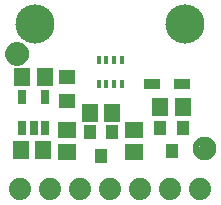
<source format=gbr>
G04 EAGLE Gerber RS-274X export*
G75*
%MOMM*%
%FSLAX34Y34*%
%LPD*%
%INSoldermask Top*%
%IPPOS*%
%AMOC8*
5,1,8,0,0,1.08239X$1,22.5*%
G01*
%ADD10C,3.317600*%
%ADD11R,0.651600X1.301600*%
%ADD12C,1.101600*%
%ADD13C,0.500000*%
%ADD14C,1.879600*%
%ADD15R,0.451600X0.801600*%
%ADD16R,1.401600X1.601600*%
%ADD17R,1.101600X1.301600*%
%ADD18R,1.401600X1.301600*%
%ADD19R,1.601600X1.401600*%
%ADD20R,1.451600X0.901600*%


D10*
X25400Y165100D03*
X152400Y165100D03*
D11*
X14630Y77169D03*
X24130Y77169D03*
X33630Y77169D03*
X33630Y103171D03*
X14630Y103171D03*
D12*
X168910Y59690D03*
D13*
X168910Y67190D02*
X168729Y67188D01*
X168548Y67181D01*
X168367Y67170D01*
X168186Y67155D01*
X168006Y67135D01*
X167826Y67111D01*
X167647Y67083D01*
X167469Y67050D01*
X167292Y67013D01*
X167115Y66972D01*
X166940Y66927D01*
X166765Y66877D01*
X166592Y66823D01*
X166421Y66765D01*
X166250Y66703D01*
X166082Y66636D01*
X165915Y66566D01*
X165749Y66492D01*
X165586Y66413D01*
X165425Y66331D01*
X165265Y66245D01*
X165108Y66155D01*
X164953Y66061D01*
X164800Y65964D01*
X164650Y65862D01*
X164502Y65758D01*
X164356Y65649D01*
X164214Y65538D01*
X164074Y65422D01*
X163937Y65304D01*
X163802Y65182D01*
X163671Y65057D01*
X163543Y64929D01*
X163418Y64798D01*
X163296Y64663D01*
X163178Y64526D01*
X163062Y64386D01*
X162951Y64244D01*
X162842Y64098D01*
X162738Y63950D01*
X162636Y63800D01*
X162539Y63647D01*
X162445Y63492D01*
X162355Y63335D01*
X162269Y63175D01*
X162187Y63014D01*
X162108Y62851D01*
X162034Y62685D01*
X161964Y62518D01*
X161897Y62350D01*
X161835Y62179D01*
X161777Y62008D01*
X161723Y61835D01*
X161673Y61660D01*
X161628Y61485D01*
X161587Y61308D01*
X161550Y61131D01*
X161517Y60953D01*
X161489Y60774D01*
X161465Y60594D01*
X161445Y60414D01*
X161430Y60233D01*
X161419Y60052D01*
X161412Y59871D01*
X161410Y59690D01*
X168910Y67190D02*
X169091Y67188D01*
X169272Y67181D01*
X169453Y67170D01*
X169634Y67155D01*
X169814Y67135D01*
X169994Y67111D01*
X170173Y67083D01*
X170351Y67050D01*
X170528Y67013D01*
X170705Y66972D01*
X170880Y66927D01*
X171055Y66877D01*
X171228Y66823D01*
X171399Y66765D01*
X171570Y66703D01*
X171738Y66636D01*
X171905Y66566D01*
X172071Y66492D01*
X172234Y66413D01*
X172395Y66331D01*
X172555Y66245D01*
X172712Y66155D01*
X172867Y66061D01*
X173020Y65964D01*
X173170Y65862D01*
X173318Y65758D01*
X173464Y65649D01*
X173606Y65538D01*
X173746Y65422D01*
X173883Y65304D01*
X174018Y65182D01*
X174149Y65057D01*
X174277Y64929D01*
X174402Y64798D01*
X174524Y64663D01*
X174642Y64526D01*
X174758Y64386D01*
X174869Y64244D01*
X174978Y64098D01*
X175082Y63950D01*
X175184Y63800D01*
X175281Y63647D01*
X175375Y63492D01*
X175465Y63335D01*
X175551Y63175D01*
X175633Y63014D01*
X175712Y62851D01*
X175786Y62685D01*
X175856Y62518D01*
X175923Y62350D01*
X175985Y62179D01*
X176043Y62008D01*
X176097Y61835D01*
X176147Y61660D01*
X176192Y61485D01*
X176233Y61308D01*
X176270Y61131D01*
X176303Y60953D01*
X176331Y60774D01*
X176355Y60594D01*
X176375Y60414D01*
X176390Y60233D01*
X176401Y60052D01*
X176408Y59871D01*
X176410Y59690D01*
X176408Y59509D01*
X176401Y59328D01*
X176390Y59147D01*
X176375Y58966D01*
X176355Y58786D01*
X176331Y58606D01*
X176303Y58427D01*
X176270Y58249D01*
X176233Y58072D01*
X176192Y57895D01*
X176147Y57720D01*
X176097Y57545D01*
X176043Y57372D01*
X175985Y57201D01*
X175923Y57030D01*
X175856Y56862D01*
X175786Y56695D01*
X175712Y56529D01*
X175633Y56366D01*
X175551Y56205D01*
X175465Y56045D01*
X175375Y55888D01*
X175281Y55733D01*
X175184Y55580D01*
X175082Y55430D01*
X174978Y55282D01*
X174869Y55136D01*
X174758Y54994D01*
X174642Y54854D01*
X174524Y54717D01*
X174402Y54582D01*
X174277Y54451D01*
X174149Y54323D01*
X174018Y54198D01*
X173883Y54076D01*
X173746Y53958D01*
X173606Y53842D01*
X173464Y53731D01*
X173318Y53622D01*
X173170Y53518D01*
X173020Y53416D01*
X172867Y53319D01*
X172712Y53225D01*
X172555Y53135D01*
X172395Y53049D01*
X172234Y52967D01*
X172071Y52888D01*
X171905Y52814D01*
X171738Y52744D01*
X171570Y52677D01*
X171399Y52615D01*
X171228Y52557D01*
X171055Y52503D01*
X170880Y52453D01*
X170705Y52408D01*
X170528Y52367D01*
X170351Y52330D01*
X170173Y52297D01*
X169994Y52269D01*
X169814Y52245D01*
X169634Y52225D01*
X169453Y52210D01*
X169272Y52199D01*
X169091Y52192D01*
X168910Y52190D01*
X168729Y52192D01*
X168548Y52199D01*
X168367Y52210D01*
X168186Y52225D01*
X168006Y52245D01*
X167826Y52269D01*
X167647Y52297D01*
X167469Y52330D01*
X167292Y52367D01*
X167115Y52408D01*
X166940Y52453D01*
X166765Y52503D01*
X166592Y52557D01*
X166421Y52615D01*
X166250Y52677D01*
X166082Y52744D01*
X165915Y52814D01*
X165749Y52888D01*
X165586Y52967D01*
X165425Y53049D01*
X165265Y53135D01*
X165108Y53225D01*
X164953Y53319D01*
X164800Y53416D01*
X164650Y53518D01*
X164502Y53622D01*
X164356Y53731D01*
X164214Y53842D01*
X164074Y53958D01*
X163937Y54076D01*
X163802Y54198D01*
X163671Y54323D01*
X163543Y54451D01*
X163418Y54582D01*
X163296Y54717D01*
X163178Y54854D01*
X163062Y54994D01*
X162951Y55136D01*
X162842Y55282D01*
X162738Y55430D01*
X162636Y55580D01*
X162539Y55733D01*
X162445Y55888D01*
X162355Y56045D01*
X162269Y56205D01*
X162187Y56366D01*
X162108Y56529D01*
X162034Y56695D01*
X161964Y56862D01*
X161897Y57030D01*
X161835Y57201D01*
X161777Y57372D01*
X161723Y57545D01*
X161673Y57720D01*
X161628Y57895D01*
X161587Y58072D01*
X161550Y58249D01*
X161517Y58427D01*
X161489Y58606D01*
X161465Y58786D01*
X161445Y58966D01*
X161430Y59147D01*
X161419Y59328D01*
X161412Y59509D01*
X161410Y59690D01*
D12*
X10160Y139700D03*
D13*
X10160Y147200D02*
X9979Y147198D01*
X9798Y147191D01*
X9617Y147180D01*
X9436Y147165D01*
X9256Y147145D01*
X9076Y147121D01*
X8897Y147093D01*
X8719Y147060D01*
X8542Y147023D01*
X8365Y146982D01*
X8190Y146937D01*
X8015Y146887D01*
X7842Y146833D01*
X7671Y146775D01*
X7500Y146713D01*
X7332Y146646D01*
X7165Y146576D01*
X6999Y146502D01*
X6836Y146423D01*
X6675Y146341D01*
X6515Y146255D01*
X6358Y146165D01*
X6203Y146071D01*
X6050Y145974D01*
X5900Y145872D01*
X5752Y145768D01*
X5606Y145659D01*
X5464Y145548D01*
X5324Y145432D01*
X5187Y145314D01*
X5052Y145192D01*
X4921Y145067D01*
X4793Y144939D01*
X4668Y144808D01*
X4546Y144673D01*
X4428Y144536D01*
X4312Y144396D01*
X4201Y144254D01*
X4092Y144108D01*
X3988Y143960D01*
X3886Y143810D01*
X3789Y143657D01*
X3695Y143502D01*
X3605Y143345D01*
X3519Y143185D01*
X3437Y143024D01*
X3358Y142861D01*
X3284Y142695D01*
X3214Y142528D01*
X3147Y142360D01*
X3085Y142189D01*
X3027Y142018D01*
X2973Y141845D01*
X2923Y141670D01*
X2878Y141495D01*
X2837Y141318D01*
X2800Y141141D01*
X2767Y140963D01*
X2739Y140784D01*
X2715Y140604D01*
X2695Y140424D01*
X2680Y140243D01*
X2669Y140062D01*
X2662Y139881D01*
X2660Y139700D01*
X10160Y147200D02*
X10341Y147198D01*
X10522Y147191D01*
X10703Y147180D01*
X10884Y147165D01*
X11064Y147145D01*
X11244Y147121D01*
X11423Y147093D01*
X11601Y147060D01*
X11778Y147023D01*
X11955Y146982D01*
X12130Y146937D01*
X12305Y146887D01*
X12478Y146833D01*
X12649Y146775D01*
X12820Y146713D01*
X12988Y146646D01*
X13155Y146576D01*
X13321Y146502D01*
X13484Y146423D01*
X13645Y146341D01*
X13805Y146255D01*
X13962Y146165D01*
X14117Y146071D01*
X14270Y145974D01*
X14420Y145872D01*
X14568Y145768D01*
X14714Y145659D01*
X14856Y145548D01*
X14996Y145432D01*
X15133Y145314D01*
X15268Y145192D01*
X15399Y145067D01*
X15527Y144939D01*
X15652Y144808D01*
X15774Y144673D01*
X15892Y144536D01*
X16008Y144396D01*
X16119Y144254D01*
X16228Y144108D01*
X16332Y143960D01*
X16434Y143810D01*
X16531Y143657D01*
X16625Y143502D01*
X16715Y143345D01*
X16801Y143185D01*
X16883Y143024D01*
X16962Y142861D01*
X17036Y142695D01*
X17106Y142528D01*
X17173Y142360D01*
X17235Y142189D01*
X17293Y142018D01*
X17347Y141845D01*
X17397Y141670D01*
X17442Y141495D01*
X17483Y141318D01*
X17520Y141141D01*
X17553Y140963D01*
X17581Y140784D01*
X17605Y140604D01*
X17625Y140424D01*
X17640Y140243D01*
X17651Y140062D01*
X17658Y139881D01*
X17660Y139700D01*
X17658Y139519D01*
X17651Y139338D01*
X17640Y139157D01*
X17625Y138976D01*
X17605Y138796D01*
X17581Y138616D01*
X17553Y138437D01*
X17520Y138259D01*
X17483Y138082D01*
X17442Y137905D01*
X17397Y137730D01*
X17347Y137555D01*
X17293Y137382D01*
X17235Y137211D01*
X17173Y137040D01*
X17106Y136872D01*
X17036Y136705D01*
X16962Y136539D01*
X16883Y136376D01*
X16801Y136215D01*
X16715Y136055D01*
X16625Y135898D01*
X16531Y135743D01*
X16434Y135590D01*
X16332Y135440D01*
X16228Y135292D01*
X16119Y135146D01*
X16008Y135004D01*
X15892Y134864D01*
X15774Y134727D01*
X15652Y134592D01*
X15527Y134461D01*
X15399Y134333D01*
X15268Y134208D01*
X15133Y134086D01*
X14996Y133968D01*
X14856Y133852D01*
X14714Y133741D01*
X14568Y133632D01*
X14420Y133528D01*
X14270Y133426D01*
X14117Y133329D01*
X13962Y133235D01*
X13805Y133145D01*
X13645Y133059D01*
X13484Y132977D01*
X13321Y132898D01*
X13155Y132824D01*
X12988Y132754D01*
X12820Y132687D01*
X12649Y132625D01*
X12478Y132567D01*
X12305Y132513D01*
X12130Y132463D01*
X11955Y132418D01*
X11778Y132377D01*
X11601Y132340D01*
X11423Y132307D01*
X11244Y132279D01*
X11064Y132255D01*
X10884Y132235D01*
X10703Y132220D01*
X10522Y132209D01*
X10341Y132202D01*
X10160Y132200D01*
X9979Y132202D01*
X9798Y132209D01*
X9617Y132220D01*
X9436Y132235D01*
X9256Y132255D01*
X9076Y132279D01*
X8897Y132307D01*
X8719Y132340D01*
X8542Y132377D01*
X8365Y132418D01*
X8190Y132463D01*
X8015Y132513D01*
X7842Y132567D01*
X7671Y132625D01*
X7500Y132687D01*
X7332Y132754D01*
X7165Y132824D01*
X6999Y132898D01*
X6836Y132977D01*
X6675Y133059D01*
X6515Y133145D01*
X6358Y133235D01*
X6203Y133329D01*
X6050Y133426D01*
X5900Y133528D01*
X5752Y133632D01*
X5606Y133741D01*
X5464Y133852D01*
X5324Y133968D01*
X5187Y134086D01*
X5052Y134208D01*
X4921Y134333D01*
X4793Y134461D01*
X4668Y134592D01*
X4546Y134727D01*
X4428Y134864D01*
X4312Y135004D01*
X4201Y135146D01*
X4092Y135292D01*
X3988Y135440D01*
X3886Y135590D01*
X3789Y135743D01*
X3695Y135898D01*
X3605Y136055D01*
X3519Y136215D01*
X3437Y136376D01*
X3358Y136539D01*
X3284Y136705D01*
X3214Y136872D01*
X3147Y137040D01*
X3085Y137211D01*
X3027Y137382D01*
X2973Y137555D01*
X2923Y137730D01*
X2878Y137905D01*
X2837Y138082D01*
X2800Y138259D01*
X2767Y138437D01*
X2739Y138616D01*
X2715Y138796D01*
X2695Y138976D01*
X2680Y139157D01*
X2669Y139338D01*
X2662Y139519D01*
X2660Y139700D01*
D14*
X12700Y25400D03*
X38100Y25400D03*
X63500Y25400D03*
X88900Y25400D03*
X114300Y25400D03*
X139700Y25400D03*
X165100Y25400D03*
D15*
X98650Y114210D03*
X92150Y114210D03*
X85650Y114210D03*
X79150Y114210D03*
X79150Y134710D03*
X85650Y134710D03*
X92150Y134710D03*
X98650Y134710D03*
D16*
X14630Y120650D03*
X33630Y120650D03*
D17*
X81280Y53500D03*
X71780Y73500D03*
X90780Y73500D03*
X140970Y57310D03*
X131470Y77310D03*
X150470Y77310D03*
D16*
X131470Y95250D03*
X150470Y95250D03*
X71780Y90170D03*
X90780Y90170D03*
D18*
X52070Y120650D03*
X52070Y100330D03*
D19*
X52070Y56540D03*
X52070Y75540D03*
X109220Y56540D03*
X109220Y75540D03*
D16*
X13360Y58420D03*
X32360Y58420D03*
D20*
X149860Y114300D03*
X124460Y114300D03*
M02*

</source>
